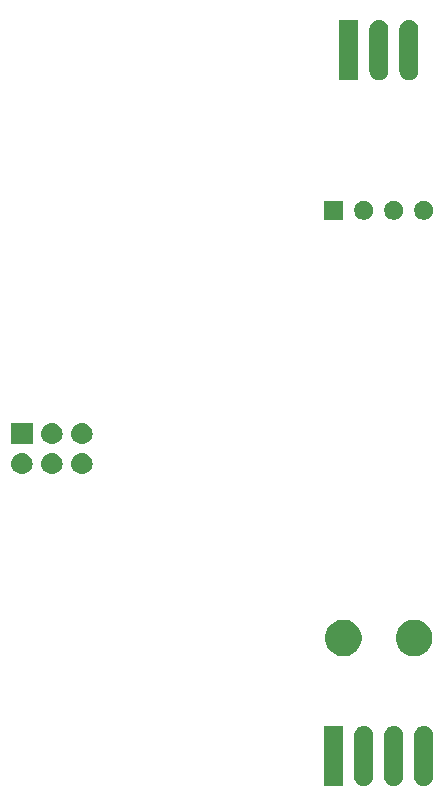
<source format=gbs>
G04 #@! TF.GenerationSoftware,KiCad,Pcbnew,(5.1.2-1)-1*
G04 #@! TF.CreationDate,2019-07-21T21:36:06+01:00*
G04 #@! TF.ProjectId,glowy_nfc_reader_module,676c6f77-795f-46e6-9663-5f7265616465,rev?*
G04 #@! TF.SameCoordinates,Original*
G04 #@! TF.FileFunction,Soldermask,Bot*
G04 #@! TF.FilePolarity,Negative*
%FSLAX46Y46*%
G04 Gerber Fmt 4.6, Leading zero omitted, Abs format (unit mm)*
G04 Created by KiCad (PCBNEW (5.1.2-1)-1) date 2019-07-21 21:36:06*
%MOMM*%
%LPD*%
G04 APERTURE LIST*
%ADD10C,0.100000*%
G04 APERTURE END LIST*
D10*
G36*
X147442022Y-131840590D02*
G01*
X147542681Y-131871125D01*
X147593012Y-131886392D01*
X147732164Y-131960771D01*
X147854133Y-132060867D01*
X147954229Y-132182835D01*
X148028608Y-132321987D01*
X148043875Y-132372318D01*
X148074410Y-132472977D01*
X148086000Y-132590655D01*
X148086000Y-136169345D01*
X148074410Y-136287023D01*
X148043875Y-136387682D01*
X148028608Y-136438013D01*
X147954229Y-136577165D01*
X147854133Y-136699133D01*
X147732165Y-136799229D01*
X147593013Y-136873608D01*
X147542682Y-136888875D01*
X147442023Y-136919410D01*
X147285000Y-136934875D01*
X147127978Y-136919410D01*
X147027319Y-136888875D01*
X146976988Y-136873608D01*
X146837836Y-136799229D01*
X146715868Y-136699133D01*
X146615772Y-136577165D01*
X146541393Y-136438013D01*
X146526126Y-136387682D01*
X146495591Y-136287023D01*
X146484001Y-136169345D01*
X146484000Y-132590656D01*
X146495590Y-132472978D01*
X146541392Y-132321989D01*
X146541392Y-132321988D01*
X146615771Y-132182836D01*
X146615772Y-132182835D01*
X146715867Y-132060867D01*
X146837835Y-131960771D01*
X146976987Y-131886392D01*
X147027318Y-131871125D01*
X147127977Y-131840590D01*
X147285000Y-131825125D01*
X147442022Y-131840590D01*
X147442022Y-131840590D01*
G37*
G36*
X149982022Y-131840590D02*
G01*
X150082681Y-131871125D01*
X150133012Y-131886392D01*
X150272164Y-131960771D01*
X150394133Y-132060867D01*
X150494229Y-132182835D01*
X150568608Y-132321987D01*
X150583875Y-132372318D01*
X150614410Y-132472977D01*
X150626000Y-132590655D01*
X150626000Y-136169345D01*
X150614410Y-136287023D01*
X150583875Y-136387682D01*
X150568608Y-136438013D01*
X150494229Y-136577165D01*
X150394133Y-136699133D01*
X150272165Y-136799229D01*
X150133013Y-136873608D01*
X150082682Y-136888875D01*
X149982023Y-136919410D01*
X149825000Y-136934875D01*
X149667978Y-136919410D01*
X149567319Y-136888875D01*
X149516988Y-136873608D01*
X149377836Y-136799229D01*
X149255868Y-136699133D01*
X149155772Y-136577165D01*
X149081393Y-136438013D01*
X149066126Y-136387682D01*
X149035591Y-136287023D01*
X149024001Y-136169345D01*
X149024000Y-132590656D01*
X149035590Y-132472978D01*
X149081392Y-132321989D01*
X149081392Y-132321988D01*
X149155771Y-132182836D01*
X149155772Y-132182835D01*
X149255867Y-132060867D01*
X149377835Y-131960771D01*
X149516987Y-131886392D01*
X149567318Y-131871125D01*
X149667977Y-131840590D01*
X149825000Y-131825125D01*
X149982022Y-131840590D01*
X149982022Y-131840590D01*
G37*
G36*
X152522022Y-131840590D02*
G01*
X152622681Y-131871125D01*
X152673012Y-131886392D01*
X152812164Y-131960771D01*
X152934133Y-132060867D01*
X153034229Y-132182835D01*
X153108608Y-132321987D01*
X153123875Y-132372318D01*
X153154410Y-132472977D01*
X153166000Y-132590655D01*
X153166000Y-136169345D01*
X153154410Y-136287023D01*
X153123875Y-136387682D01*
X153108608Y-136438013D01*
X153034229Y-136577165D01*
X152934133Y-136699133D01*
X152812165Y-136799229D01*
X152673013Y-136873608D01*
X152622682Y-136888875D01*
X152522023Y-136919410D01*
X152365000Y-136934875D01*
X152207978Y-136919410D01*
X152107319Y-136888875D01*
X152056988Y-136873608D01*
X151917836Y-136799229D01*
X151795868Y-136699133D01*
X151695772Y-136577165D01*
X151621393Y-136438013D01*
X151606126Y-136387682D01*
X151575591Y-136287023D01*
X151564001Y-136169345D01*
X151564000Y-132590656D01*
X151575590Y-132472978D01*
X151621392Y-132321989D01*
X151621392Y-132321988D01*
X151695771Y-132182836D01*
X151695772Y-132182835D01*
X151795867Y-132060867D01*
X151917835Y-131960771D01*
X152056987Y-131886392D01*
X152107318Y-131871125D01*
X152207977Y-131840590D01*
X152365000Y-131825125D01*
X152522022Y-131840590D01*
X152522022Y-131840590D01*
G37*
G36*
X145546000Y-136931000D02*
G01*
X143944000Y-136931000D01*
X143944000Y-131829000D01*
X145546000Y-131829000D01*
X145546000Y-136931000D01*
X145546000Y-136931000D01*
G37*
G36*
X151857585Y-122858802D02*
G01*
X152007410Y-122888604D01*
X152289674Y-123005521D01*
X152543705Y-123175259D01*
X152759741Y-123391295D01*
X152929479Y-123645326D01*
X153046396Y-123927590D01*
X153106000Y-124227240D01*
X153106000Y-124532760D01*
X153046396Y-124832410D01*
X152929479Y-125114674D01*
X152759741Y-125368705D01*
X152543705Y-125584741D01*
X152289674Y-125754479D01*
X152007410Y-125871396D01*
X151857585Y-125901198D01*
X151707761Y-125931000D01*
X151402239Y-125931000D01*
X151252415Y-125901198D01*
X151102590Y-125871396D01*
X150820326Y-125754479D01*
X150566295Y-125584741D01*
X150350259Y-125368705D01*
X150180521Y-125114674D01*
X150063604Y-124832410D01*
X150004000Y-124532760D01*
X150004000Y-124227240D01*
X150063604Y-123927590D01*
X150180521Y-123645326D01*
X150350259Y-123391295D01*
X150566295Y-123175259D01*
X150820326Y-123005521D01*
X151102590Y-122888604D01*
X151252415Y-122858802D01*
X151402239Y-122829000D01*
X151707761Y-122829000D01*
X151857585Y-122858802D01*
X151857585Y-122858802D01*
G37*
G36*
X145857585Y-122858802D02*
G01*
X146007410Y-122888604D01*
X146289674Y-123005521D01*
X146543705Y-123175259D01*
X146759741Y-123391295D01*
X146929479Y-123645326D01*
X147046396Y-123927590D01*
X147106000Y-124227240D01*
X147106000Y-124532760D01*
X147046396Y-124832410D01*
X146929479Y-125114674D01*
X146759741Y-125368705D01*
X146543705Y-125584741D01*
X146289674Y-125754479D01*
X146007410Y-125871396D01*
X145857585Y-125901198D01*
X145707761Y-125931000D01*
X145402239Y-125931000D01*
X145252415Y-125901198D01*
X145102590Y-125871396D01*
X144820326Y-125754479D01*
X144566295Y-125584741D01*
X144350259Y-125368705D01*
X144180521Y-125114674D01*
X144063604Y-124832410D01*
X144004000Y-124532760D01*
X144004000Y-124227240D01*
X144063604Y-123927590D01*
X144180521Y-123645326D01*
X144350259Y-123391295D01*
X144566295Y-123175259D01*
X144820326Y-123005521D01*
X145102590Y-122888604D01*
X145252415Y-122858802D01*
X145402239Y-122829000D01*
X145707761Y-122829000D01*
X145857585Y-122858802D01*
X145857585Y-122858802D01*
G37*
G36*
X123535442Y-108725518D02*
G01*
X123601627Y-108732037D01*
X123771466Y-108783557D01*
X123927991Y-108867222D01*
X123963729Y-108896552D01*
X124065186Y-108979814D01*
X124148448Y-109081271D01*
X124177778Y-109117009D01*
X124261443Y-109273534D01*
X124312963Y-109443373D01*
X124330359Y-109620000D01*
X124312963Y-109796627D01*
X124261443Y-109966466D01*
X124177778Y-110122991D01*
X124148448Y-110158729D01*
X124065186Y-110260186D01*
X123963729Y-110343448D01*
X123927991Y-110372778D01*
X123771466Y-110456443D01*
X123601627Y-110507963D01*
X123535442Y-110514482D01*
X123469260Y-110521000D01*
X123380740Y-110521000D01*
X123314558Y-110514482D01*
X123248373Y-110507963D01*
X123078534Y-110456443D01*
X122922009Y-110372778D01*
X122886271Y-110343448D01*
X122784814Y-110260186D01*
X122701552Y-110158729D01*
X122672222Y-110122991D01*
X122588557Y-109966466D01*
X122537037Y-109796627D01*
X122519641Y-109620000D01*
X122537037Y-109443373D01*
X122588557Y-109273534D01*
X122672222Y-109117009D01*
X122701552Y-109081271D01*
X122784814Y-108979814D01*
X122886271Y-108896552D01*
X122922009Y-108867222D01*
X123078534Y-108783557D01*
X123248373Y-108732037D01*
X123314558Y-108725518D01*
X123380740Y-108719000D01*
X123469260Y-108719000D01*
X123535442Y-108725518D01*
X123535442Y-108725518D01*
G37*
G36*
X120995442Y-108725518D02*
G01*
X121061627Y-108732037D01*
X121231466Y-108783557D01*
X121387991Y-108867222D01*
X121423729Y-108896552D01*
X121525186Y-108979814D01*
X121608448Y-109081271D01*
X121637778Y-109117009D01*
X121721443Y-109273534D01*
X121772963Y-109443373D01*
X121790359Y-109620000D01*
X121772963Y-109796627D01*
X121721443Y-109966466D01*
X121637778Y-110122991D01*
X121608448Y-110158729D01*
X121525186Y-110260186D01*
X121423729Y-110343448D01*
X121387991Y-110372778D01*
X121231466Y-110456443D01*
X121061627Y-110507963D01*
X120995442Y-110514482D01*
X120929260Y-110521000D01*
X120840740Y-110521000D01*
X120774558Y-110514482D01*
X120708373Y-110507963D01*
X120538534Y-110456443D01*
X120382009Y-110372778D01*
X120346271Y-110343448D01*
X120244814Y-110260186D01*
X120161552Y-110158729D01*
X120132222Y-110122991D01*
X120048557Y-109966466D01*
X119997037Y-109796627D01*
X119979641Y-109620000D01*
X119997037Y-109443373D01*
X120048557Y-109273534D01*
X120132222Y-109117009D01*
X120161552Y-109081271D01*
X120244814Y-108979814D01*
X120346271Y-108896552D01*
X120382009Y-108867222D01*
X120538534Y-108783557D01*
X120708373Y-108732037D01*
X120774558Y-108725518D01*
X120840740Y-108719000D01*
X120929260Y-108719000D01*
X120995442Y-108725518D01*
X120995442Y-108725518D01*
G37*
G36*
X118455442Y-108725518D02*
G01*
X118521627Y-108732037D01*
X118691466Y-108783557D01*
X118847991Y-108867222D01*
X118883729Y-108896552D01*
X118985186Y-108979814D01*
X119068448Y-109081271D01*
X119097778Y-109117009D01*
X119181443Y-109273534D01*
X119232963Y-109443373D01*
X119250359Y-109620000D01*
X119232963Y-109796627D01*
X119181443Y-109966466D01*
X119097778Y-110122991D01*
X119068448Y-110158729D01*
X118985186Y-110260186D01*
X118883729Y-110343448D01*
X118847991Y-110372778D01*
X118691466Y-110456443D01*
X118521627Y-110507963D01*
X118455442Y-110514482D01*
X118389260Y-110521000D01*
X118300740Y-110521000D01*
X118234558Y-110514482D01*
X118168373Y-110507963D01*
X117998534Y-110456443D01*
X117842009Y-110372778D01*
X117806271Y-110343448D01*
X117704814Y-110260186D01*
X117621552Y-110158729D01*
X117592222Y-110122991D01*
X117508557Y-109966466D01*
X117457037Y-109796627D01*
X117439641Y-109620000D01*
X117457037Y-109443373D01*
X117508557Y-109273534D01*
X117592222Y-109117009D01*
X117621552Y-109081271D01*
X117704814Y-108979814D01*
X117806271Y-108896552D01*
X117842009Y-108867222D01*
X117998534Y-108783557D01*
X118168373Y-108732037D01*
X118234558Y-108725518D01*
X118300740Y-108719000D01*
X118389260Y-108719000D01*
X118455442Y-108725518D01*
X118455442Y-108725518D01*
G37*
G36*
X119246000Y-107981000D02*
G01*
X117444000Y-107981000D01*
X117444000Y-106179000D01*
X119246000Y-106179000D01*
X119246000Y-107981000D01*
X119246000Y-107981000D01*
G37*
G36*
X123535443Y-106185519D02*
G01*
X123601627Y-106192037D01*
X123771466Y-106243557D01*
X123927991Y-106327222D01*
X123963729Y-106356552D01*
X124065186Y-106439814D01*
X124148448Y-106541271D01*
X124177778Y-106577009D01*
X124261443Y-106733534D01*
X124312963Y-106903373D01*
X124330359Y-107080000D01*
X124312963Y-107256627D01*
X124261443Y-107426466D01*
X124177778Y-107582991D01*
X124148448Y-107618729D01*
X124065186Y-107720186D01*
X123963729Y-107803448D01*
X123927991Y-107832778D01*
X123771466Y-107916443D01*
X123601627Y-107967963D01*
X123535443Y-107974481D01*
X123469260Y-107981000D01*
X123380740Y-107981000D01*
X123314557Y-107974481D01*
X123248373Y-107967963D01*
X123078534Y-107916443D01*
X122922009Y-107832778D01*
X122886271Y-107803448D01*
X122784814Y-107720186D01*
X122701552Y-107618729D01*
X122672222Y-107582991D01*
X122588557Y-107426466D01*
X122537037Y-107256627D01*
X122519641Y-107080000D01*
X122537037Y-106903373D01*
X122588557Y-106733534D01*
X122672222Y-106577009D01*
X122701552Y-106541271D01*
X122784814Y-106439814D01*
X122886271Y-106356552D01*
X122922009Y-106327222D01*
X123078534Y-106243557D01*
X123248373Y-106192037D01*
X123314557Y-106185519D01*
X123380740Y-106179000D01*
X123469260Y-106179000D01*
X123535443Y-106185519D01*
X123535443Y-106185519D01*
G37*
G36*
X120995443Y-106185519D02*
G01*
X121061627Y-106192037D01*
X121231466Y-106243557D01*
X121387991Y-106327222D01*
X121423729Y-106356552D01*
X121525186Y-106439814D01*
X121608448Y-106541271D01*
X121637778Y-106577009D01*
X121721443Y-106733534D01*
X121772963Y-106903373D01*
X121790359Y-107080000D01*
X121772963Y-107256627D01*
X121721443Y-107426466D01*
X121637778Y-107582991D01*
X121608448Y-107618729D01*
X121525186Y-107720186D01*
X121423729Y-107803448D01*
X121387991Y-107832778D01*
X121231466Y-107916443D01*
X121061627Y-107967963D01*
X120995443Y-107974481D01*
X120929260Y-107981000D01*
X120840740Y-107981000D01*
X120774557Y-107974481D01*
X120708373Y-107967963D01*
X120538534Y-107916443D01*
X120382009Y-107832778D01*
X120346271Y-107803448D01*
X120244814Y-107720186D01*
X120161552Y-107618729D01*
X120132222Y-107582991D01*
X120048557Y-107426466D01*
X119997037Y-107256627D01*
X119979641Y-107080000D01*
X119997037Y-106903373D01*
X120048557Y-106733534D01*
X120132222Y-106577009D01*
X120161552Y-106541271D01*
X120244814Y-106439814D01*
X120346271Y-106356552D01*
X120382009Y-106327222D01*
X120538534Y-106243557D01*
X120708373Y-106192037D01*
X120774557Y-106185519D01*
X120840740Y-106179000D01*
X120929260Y-106179000D01*
X120995443Y-106185519D01*
X120995443Y-106185519D01*
G37*
G36*
X145568000Y-88983000D02*
G01*
X143942000Y-88983000D01*
X143942000Y-87357000D01*
X145568000Y-87357000D01*
X145568000Y-88983000D01*
X145568000Y-88983000D01*
G37*
G36*
X147532142Y-87388242D02*
G01*
X147680101Y-87449529D01*
X147813255Y-87538499D01*
X147926501Y-87651745D01*
X148015471Y-87784899D01*
X148076758Y-87932858D01*
X148108000Y-88089925D01*
X148108000Y-88250075D01*
X148076758Y-88407142D01*
X148015471Y-88555101D01*
X147926501Y-88688255D01*
X147813255Y-88801501D01*
X147680101Y-88890471D01*
X147532142Y-88951758D01*
X147375075Y-88983000D01*
X147214925Y-88983000D01*
X147057858Y-88951758D01*
X146909899Y-88890471D01*
X146776745Y-88801501D01*
X146663499Y-88688255D01*
X146574529Y-88555101D01*
X146513242Y-88407142D01*
X146482000Y-88250075D01*
X146482000Y-88089925D01*
X146513242Y-87932858D01*
X146574529Y-87784899D01*
X146663499Y-87651745D01*
X146776745Y-87538499D01*
X146909899Y-87449529D01*
X147057858Y-87388242D01*
X147214925Y-87357000D01*
X147375075Y-87357000D01*
X147532142Y-87388242D01*
X147532142Y-87388242D01*
G37*
G36*
X150072142Y-87388242D02*
G01*
X150220101Y-87449529D01*
X150353255Y-87538499D01*
X150466501Y-87651745D01*
X150555471Y-87784899D01*
X150616758Y-87932858D01*
X150648000Y-88089925D01*
X150648000Y-88250075D01*
X150616758Y-88407142D01*
X150555471Y-88555101D01*
X150466501Y-88688255D01*
X150353255Y-88801501D01*
X150220101Y-88890471D01*
X150072142Y-88951758D01*
X149915075Y-88983000D01*
X149754925Y-88983000D01*
X149597858Y-88951758D01*
X149449899Y-88890471D01*
X149316745Y-88801501D01*
X149203499Y-88688255D01*
X149114529Y-88555101D01*
X149053242Y-88407142D01*
X149022000Y-88250075D01*
X149022000Y-88089925D01*
X149053242Y-87932858D01*
X149114529Y-87784899D01*
X149203499Y-87651745D01*
X149316745Y-87538499D01*
X149449899Y-87449529D01*
X149597858Y-87388242D01*
X149754925Y-87357000D01*
X149915075Y-87357000D01*
X150072142Y-87388242D01*
X150072142Y-87388242D01*
G37*
G36*
X152612142Y-87388242D02*
G01*
X152760101Y-87449529D01*
X152893255Y-87538499D01*
X153006501Y-87651745D01*
X153095471Y-87784899D01*
X153156758Y-87932858D01*
X153188000Y-88089925D01*
X153188000Y-88250075D01*
X153156758Y-88407142D01*
X153095471Y-88555101D01*
X153006501Y-88688255D01*
X152893255Y-88801501D01*
X152760101Y-88890471D01*
X152612142Y-88951758D01*
X152455075Y-88983000D01*
X152294925Y-88983000D01*
X152137858Y-88951758D01*
X151989899Y-88890471D01*
X151856745Y-88801501D01*
X151743499Y-88688255D01*
X151654529Y-88555101D01*
X151593242Y-88407142D01*
X151562000Y-88250075D01*
X151562000Y-88089925D01*
X151593242Y-87932858D01*
X151654529Y-87784899D01*
X151743499Y-87651745D01*
X151856745Y-87538499D01*
X151989899Y-87449529D01*
X152137858Y-87388242D01*
X152294925Y-87357000D01*
X152455075Y-87357000D01*
X152612142Y-87388242D01*
X152612142Y-87388242D01*
G37*
G36*
X148732022Y-72060590D02*
G01*
X148832681Y-72091125D01*
X148883012Y-72106392D01*
X149022164Y-72180771D01*
X149144133Y-72280867D01*
X149244229Y-72402835D01*
X149318608Y-72541987D01*
X149333875Y-72592318D01*
X149364410Y-72692977D01*
X149376000Y-72810655D01*
X149376000Y-76389345D01*
X149364410Y-76507023D01*
X149333875Y-76607682D01*
X149318608Y-76658013D01*
X149244229Y-76797165D01*
X149144133Y-76919133D01*
X149022165Y-77019229D01*
X148883013Y-77093608D01*
X148832682Y-77108875D01*
X148732023Y-77139410D01*
X148575000Y-77154875D01*
X148417978Y-77139410D01*
X148317319Y-77108875D01*
X148266988Y-77093608D01*
X148127836Y-77019229D01*
X148005868Y-76919133D01*
X147905772Y-76797165D01*
X147831393Y-76658013D01*
X147816126Y-76607682D01*
X147785591Y-76507023D01*
X147774001Y-76389345D01*
X147774000Y-72810656D01*
X147785590Y-72692978D01*
X147831392Y-72541989D01*
X147831392Y-72541988D01*
X147905771Y-72402836D01*
X147905772Y-72402835D01*
X148005867Y-72280867D01*
X148127835Y-72180771D01*
X148266987Y-72106392D01*
X148317318Y-72091125D01*
X148417977Y-72060590D01*
X148575000Y-72045125D01*
X148732022Y-72060590D01*
X148732022Y-72060590D01*
G37*
G36*
X151272022Y-72060590D02*
G01*
X151372681Y-72091125D01*
X151423012Y-72106392D01*
X151562164Y-72180771D01*
X151684133Y-72280867D01*
X151784229Y-72402835D01*
X151858608Y-72541987D01*
X151873875Y-72592318D01*
X151904410Y-72692977D01*
X151916000Y-72810655D01*
X151916000Y-76389345D01*
X151904410Y-76507023D01*
X151873875Y-76607682D01*
X151858608Y-76658013D01*
X151784229Y-76797165D01*
X151684133Y-76919133D01*
X151562165Y-77019229D01*
X151423013Y-77093608D01*
X151372682Y-77108875D01*
X151272023Y-77139410D01*
X151115000Y-77154875D01*
X150957978Y-77139410D01*
X150857319Y-77108875D01*
X150806988Y-77093608D01*
X150667836Y-77019229D01*
X150545868Y-76919133D01*
X150445772Y-76797165D01*
X150371393Y-76658013D01*
X150356126Y-76607682D01*
X150325591Y-76507023D01*
X150314001Y-76389345D01*
X150314000Y-72810656D01*
X150325590Y-72692978D01*
X150371392Y-72541989D01*
X150371392Y-72541988D01*
X150445771Y-72402836D01*
X150445772Y-72402835D01*
X150545867Y-72280867D01*
X150667835Y-72180771D01*
X150806987Y-72106392D01*
X150857318Y-72091125D01*
X150957977Y-72060590D01*
X151115000Y-72045125D01*
X151272022Y-72060590D01*
X151272022Y-72060590D01*
G37*
G36*
X146836000Y-77151000D02*
G01*
X145234000Y-77151000D01*
X145234000Y-72049000D01*
X146836000Y-72049000D01*
X146836000Y-77151000D01*
X146836000Y-77151000D01*
G37*
M02*

</source>
